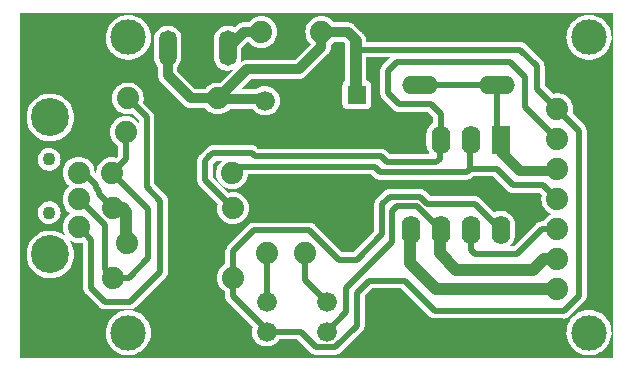
<source format=gbr>
%TF.GenerationSoftware,KiCad,Pcbnew,5.99.0-unknown-d4461f6c5~91~ubuntu20.04.1*%
%TF.CreationDate,2020-09-15T15:28:34-03:00*%
%TF.ProjectId,Franzininho,4672616e-7a69-46e6-996e-686f2e6b6963,rev?*%
%TF.SameCoordinates,Original*%
%TF.FileFunction,Copper,L2,Bot*%
%TF.FilePolarity,Positive*%
%FSLAX46Y46*%
G04 Gerber Fmt 4.6, Leading zero omitted, Abs format (unit mm)*
G04 Created by KiCad (PCBNEW 5.99.0-unknown-d4461f6c5~91~ubuntu20.04.1) date 2020-09-15 15:28:34*
%MOMM*%
%LPD*%
G01*
G04 APERTURE LIST*
%TA.AperFunction,ComponentPad*%
%ADD10C,1.100000*%
%TD*%
%TA.AperFunction,ComponentPad*%
%ADD11C,1.879600*%
%TD*%
%TA.AperFunction,ComponentPad*%
%ADD12C,3.216000*%
%TD*%
%TA.AperFunction,ComponentPad*%
%ADD13C,1.676400*%
%TD*%
%TA.AperFunction,ComponentPad*%
%ADD14O,3.048000X1.524000*%
%TD*%
%TA.AperFunction,ComponentPad*%
%ADD15O,1.520000X3.000000*%
%TD*%
%TA.AperFunction,ComponentPad*%
%ADD16R,1.600000X2.400000*%
%TD*%
%TA.AperFunction,ComponentPad*%
%ADD17O,1.600000X2.400000*%
%TD*%
%TA.AperFunction,ComponentPad*%
%ADD18R,1.600000X1.600000*%
%TD*%
%TA.AperFunction,ComponentPad*%
%ADD19C,1.600000*%
%TD*%
%TA.AperFunction,ComponentPad*%
%ADD20C,3.000000*%
%TD*%
%TA.AperFunction,Conductor*%
%ADD21C,0.812800*%
%TD*%
%TA.AperFunction,Conductor*%
%ADD22C,0.406400*%
%TD*%
%TA.AperFunction,Conductor*%
%ADD23C,1.016000*%
%TD*%
%TA.AperFunction,Conductor*%
%ADD24C,0.508000*%
%TD*%
%TA.AperFunction,Conductor*%
%ADD25C,0.609600*%
%TD*%
G04 APERTURE END LIST*
D10*
X125852350Y-107268600D03*
X125852350Y-102768600D03*
D11*
X128352350Y-103891600D03*
X128352350Y-106145600D03*
X128352350Y-101518600D03*
D12*
X125952350Y-110818600D03*
X125952350Y-99218600D03*
D11*
X128352350Y-108518600D03*
X140055850Y-109814100D03*
X132435850Y-109814100D03*
X139956850Y-100452100D03*
X132336850Y-100452100D03*
D13*
X144145000Y-97790000D03*
X146685000Y-97790000D03*
D11*
X131182350Y-103928100D03*
X141342350Y-103928100D03*
X131244850Y-106893100D03*
X141404850Y-106893100D03*
X141404850Y-112776000D03*
X131244850Y-112776000D03*
D13*
X149352000Y-117348000D03*
X149352000Y-114808000D03*
D11*
X147485850Y-100543100D03*
X147485850Y-110703100D03*
X132506450Y-97610500D03*
X140126450Y-97610500D03*
X144320850Y-100543100D03*
X144320850Y-110703100D03*
X168879850Y-113761100D03*
X168879850Y-111221100D03*
X168879850Y-108681100D03*
X168879850Y-106141100D03*
X168879850Y-103601100D03*
X168879850Y-101061100D03*
X168879850Y-98521100D03*
X168879850Y-95981100D03*
X148892350Y-91976100D03*
X146352350Y-91976100D03*
X143812350Y-91976100D03*
D14*
X163779200Y-96494600D03*
X157276800Y-96494600D03*
X163779200Y-91973400D03*
X157276800Y-91973400D03*
D15*
X135890000Y-93345000D03*
X138430000Y-93345000D03*
X140970000Y-93345000D03*
D16*
X164084000Y-101092000D03*
D17*
X161544000Y-101092000D03*
X159004000Y-101092000D03*
X156464000Y-101092000D03*
X156464000Y-108712000D03*
X159004000Y-108712000D03*
X161544000Y-108712000D03*
X164084000Y-108712000D03*
D13*
X144272000Y-117348000D03*
X144272000Y-114808000D03*
D18*
X151892000Y-97282000D03*
D19*
X151892000Y-99782000D03*
D20*
X132562350Y-117436100D03*
X171562350Y-117436100D03*
X171562350Y-92436100D03*
X132562350Y-92436100D03*
D21*
X151749850Y-92611100D02*
X151749850Y-97151350D01*
X148892350Y-93246100D02*
X146987350Y-95151100D01*
X146987350Y-95151100D02*
X142585850Y-95151100D01*
X144101250Y-97663000D02*
X140253350Y-97663000D01*
X148892350Y-91976100D02*
X151114850Y-91976100D01*
X148892350Y-91976100D02*
X148892350Y-93246100D01*
D22*
X140082950Y-97610500D02*
X140002350Y-97691100D01*
D21*
X163814850Y-108646000D02*
X163993950Y-108825100D01*
X142585850Y-95151100D02*
X140126450Y-97610500D01*
D22*
X169233600Y-98643600D02*
X168879850Y-98521100D01*
D21*
X151114850Y-91976100D02*
X151749850Y-92611100D01*
X140253350Y-97483600D02*
X140126450Y-97610500D01*
X168757350Y-98643600D02*
X168879850Y-98521100D01*
D23*
X169002350Y-98643600D02*
X168879850Y-98521100D01*
D22*
X140126450Y-97610500D02*
X140082950Y-97610500D01*
D24*
X154686000Y-105918000D02*
X157226000Y-105918000D01*
X168879850Y-98521100D02*
X167132000Y-96773250D01*
X167132000Y-94869000D02*
X165735000Y-93472000D01*
X155943050Y-113030000D02*
X158489525Y-115576475D01*
X151892000Y-116840000D02*
X151892000Y-114046000D01*
X169424475Y-115576475D02*
X158489525Y-115576475D01*
X144272000Y-117221000D02*
X144272000Y-117348000D01*
X143192500Y-108775500D02*
X147637500Y-108775500D01*
X154051000Y-109093000D02*
X151892000Y-111252000D01*
X170694475Y-100335725D02*
X170688375Y-100329625D01*
X157289500Y-105981500D02*
X157861000Y-106553000D01*
X151892000Y-116840000D02*
X150091799Y-118640201D01*
X141404850Y-112776000D02*
X141404850Y-110563150D01*
X168879850Y-98521100D02*
X170688375Y-100329625D01*
D21*
X151892000Y-92753250D02*
X151749850Y-92611100D01*
D24*
X151892000Y-114046000D02*
X152908000Y-113030000D01*
X154051000Y-106553000D02*
X154051000Y-109093000D01*
X150368000Y-111252000D02*
X147891500Y-108775500D01*
D21*
X137842700Y-97610500D02*
X138797373Y-97610500D01*
D24*
X144272000Y-117348000D02*
X147148598Y-117348000D01*
X152908000Y-113030000D02*
X155943050Y-113030000D01*
X170694475Y-114306475D02*
X170694475Y-100335725D01*
X151892000Y-93472000D02*
X151892000Y-97282000D01*
X167132000Y-96773250D02*
X167132000Y-94869000D01*
D21*
X151892000Y-97282000D02*
X151892000Y-92753250D01*
D24*
X141404850Y-114353850D02*
X144272000Y-117221000D01*
X141404850Y-112776000D02*
X141404850Y-114353850D01*
X154686000Y-105918000D02*
X154051000Y-106553000D01*
X141404850Y-110563150D02*
X143192500Y-108775500D01*
D21*
X135890000Y-93345000D02*
X135890000Y-95657800D01*
D24*
X170694475Y-114306475D02*
X169424475Y-115576475D01*
X165735000Y-93472000D02*
X151892000Y-93472000D01*
X157226000Y-105918000D02*
X157289500Y-105981500D01*
X151892000Y-111252000D02*
X150368000Y-111252000D01*
D21*
X135890000Y-95657800D02*
X137842700Y-97610500D01*
D24*
X147148598Y-117348000D02*
X148440799Y-118640201D01*
D21*
X138797373Y-97610500D02*
X140126450Y-97610500D01*
D24*
X147891500Y-108775500D02*
X147637500Y-108775500D01*
X161925000Y-106553000D02*
X164084000Y-108712000D01*
X150091799Y-118640201D02*
X148440799Y-118640201D01*
X157861000Y-106553000D02*
X161925000Y-106553000D01*
X129413000Y-113665000D02*
X129603500Y-113855500D01*
X134097475Y-99201525D02*
X134097475Y-105141475D01*
X128352350Y-108518600D02*
X129413000Y-109579250D01*
X129603500Y-113855500D02*
X130556000Y-114808000D01*
X134097475Y-105141475D02*
X135255000Y-106299000D01*
X129413000Y-109579250D02*
X129413000Y-113665000D01*
X132715000Y-114808000D02*
X135255000Y-112268000D01*
X135255000Y-112268000D02*
X135255000Y-106299000D01*
X130556000Y-114808000D02*
X132715000Y-114808000D01*
X134097475Y-99201525D02*
X132506450Y-97610500D01*
X128352350Y-106145600D02*
X130556000Y-108349250D01*
X130556000Y-112087150D02*
X131244850Y-112776000D01*
X132336850Y-100452100D02*
X132336850Y-102773600D01*
X130556000Y-108349250D02*
X130556000Y-112087150D01*
X134239000Y-106984750D02*
X134239000Y-111110927D01*
X131182350Y-103928100D02*
X134239000Y-106984750D01*
X132573927Y-112776000D02*
X131244850Y-112776000D01*
X132336850Y-102773600D02*
X131182350Y-103928100D01*
X134239000Y-111110927D02*
X132573927Y-112776000D01*
D25*
X131244850Y-106893100D02*
X131244850Y-107031100D01*
X132382350Y-109760600D02*
X132435850Y-109814100D01*
D23*
X132382350Y-107216100D02*
X132064850Y-106898600D01*
X132382350Y-107216100D02*
X132382350Y-109760600D01*
X132064850Y-106898600D02*
X131250350Y-106898600D01*
X131250350Y-106898600D02*
X131244850Y-106893100D01*
D24*
X128783600Y-103891600D02*
X128352350Y-103891600D01*
X129794000Y-104902000D02*
X128783600Y-103891600D01*
X131244850Y-106893100D02*
X130048000Y-105696250D01*
X130048000Y-105696250D02*
X130048000Y-105410000D01*
X130048000Y-105410000D02*
X129794000Y-105156000D01*
X129794000Y-105156000D02*
X129794000Y-104902000D01*
X161544000Y-109112000D02*
X161544000Y-108712000D01*
X165487873Y-110744000D02*
X167550773Y-108681100D01*
X161544000Y-108712000D02*
X161544000Y-110420000D01*
X161544000Y-110420000D02*
X161868000Y-110744000D01*
X161868000Y-110744000D02*
X165487873Y-110744000D01*
X167550773Y-108681100D02*
X168879850Y-108681100D01*
D23*
X166831100Y-112137350D02*
X167783600Y-111184850D01*
X158913950Y-108825100D02*
X158913950Y-110728950D01*
X167783600Y-111184850D02*
X168843600Y-111184850D01*
D22*
X158893600Y-108804750D02*
X158913950Y-108825100D01*
D23*
X158913950Y-110728950D02*
X160322350Y-112137350D01*
X168843600Y-111184850D02*
X168879850Y-111221100D01*
X160322350Y-112137350D02*
X166831100Y-112137350D01*
D24*
X154876500Y-107124500D02*
X155194000Y-106807000D01*
X155321000Y-106680000D02*
X156972000Y-106680000D01*
X151003000Y-115697000D02*
X151003000Y-113665000D01*
X149352000Y-117348000D02*
X151003000Y-115697000D01*
X155194000Y-106807000D02*
X155321000Y-106680000D01*
X156972000Y-106680000D02*
X159004000Y-108712000D01*
X154876500Y-109791500D02*
X151003000Y-113665000D01*
X154876500Y-107124500D02*
X154876500Y-109791500D01*
D23*
X168879850Y-113761100D02*
X158612350Y-113761100D01*
X156373950Y-108825100D02*
X156373950Y-111522700D01*
X158612350Y-113761100D02*
X156373950Y-111522700D01*
D21*
X168684850Y-100866100D02*
X168879850Y-101061100D01*
D22*
X159052350Y-101343500D02*
X158913950Y-101205100D01*
D21*
X168757350Y-101183600D02*
X168879850Y-101061100D01*
D25*
X141399350Y-106898600D02*
X141404850Y-106893100D01*
D24*
X158178500Y-98107500D02*
X159004000Y-98933000D01*
X143002000Y-102235000D02*
X139700000Y-102235000D01*
X154559000Y-95250000D02*
X154559000Y-97155000D01*
X139412299Y-102522701D02*
X139700000Y-102235000D01*
X153957701Y-102522701D02*
X154432000Y-102997000D01*
X166169989Y-98351239D02*
X166169989Y-95811989D01*
X166169989Y-95811989D02*
X164846000Y-94488000D01*
X164846000Y-94488000D02*
X156801703Y-94488000D01*
X139065000Y-102870000D02*
X139412299Y-102522701D01*
X155511500Y-98107500D02*
X158178500Y-98107500D01*
X139065000Y-104553250D02*
X139065000Y-102870000D01*
X156801703Y-94488000D02*
X155321000Y-94488000D01*
X143289701Y-102522701D02*
X153957701Y-102522701D01*
X154432000Y-102997000D02*
X158623000Y-102997000D01*
X143002000Y-102235000D02*
X143289701Y-102522701D01*
X155321000Y-94488000D02*
X154559000Y-95250000D01*
X141404850Y-106893100D02*
X139065000Y-104553250D01*
X159004000Y-98933000D02*
X159004000Y-101092000D01*
X168879850Y-101061100D02*
X166169989Y-98351239D01*
X158623000Y-102997000D02*
X158913950Y-102706050D01*
X158913950Y-102706050D02*
X158913950Y-101205100D01*
X154559000Y-97155000D02*
X155511500Y-98107500D01*
D21*
X161592350Y-101343500D02*
X161453950Y-101205100D01*
D24*
X163742500Y-103544500D02*
X161453950Y-103544500D01*
X141342350Y-103928100D02*
X141892450Y-103378000D01*
X141892450Y-103378000D02*
X153416000Y-103378000D01*
X165163500Y-104965500D02*
X163742500Y-103544500D01*
X161175950Y-103822500D02*
X161201225Y-103797225D01*
X153860500Y-103822500D02*
X161175950Y-103822500D01*
X165163500Y-104965500D02*
X167704250Y-104965500D01*
X161453950Y-101205100D02*
X161453950Y-103544500D01*
X153416000Y-103378000D02*
X153860500Y-103822500D01*
X161201225Y-103797225D02*
X161453950Y-103544500D01*
X167704250Y-104965500D02*
X168879850Y-106141100D01*
D21*
X165719850Y-103723600D02*
X168757350Y-103723600D01*
X164132350Y-101343500D02*
X164132350Y-102136100D01*
D25*
X163993950Y-101205100D02*
X164132350Y-101343500D01*
D21*
X164132350Y-102136100D02*
X165719850Y-103723600D01*
X164132350Y-101066700D02*
X163993950Y-101205100D01*
D25*
X168757350Y-103723600D02*
X168879850Y-103601100D01*
D24*
X163779200Y-96494600D02*
X157276800Y-96494600D01*
X163779200Y-96494600D02*
X163779200Y-100787200D01*
X163779200Y-100787200D02*
X164084000Y-101092000D01*
X147485850Y-112941850D02*
X149352000Y-114808000D01*
X147485850Y-110703100D02*
X147485850Y-112941850D01*
D21*
X144320850Y-110703100D02*
X144441850Y-110703100D01*
D24*
X144320850Y-110703100D02*
X144320850Y-114759150D01*
X144320850Y-114759150D02*
X144272000Y-114808000D01*
D21*
X142338900Y-91976100D02*
X140970000Y-93345000D01*
X143812350Y-91976100D02*
X142338900Y-91976100D01*
%TA.AperFunction,Conductor*%
G36*
X173627950Y-119611700D02*
G01*
X123374250Y-119611700D01*
X123374250Y-117522808D01*
X130652918Y-117522808D01*
X130663757Y-117614384D01*
X130685434Y-117797537D01*
X130757269Y-118064696D01*
X130866917Y-118318686D01*
X131012083Y-118554188D01*
X131189723Y-118766268D01*
X131396119Y-118950482D01*
X131626944Y-119102973D01*
X131705170Y-119139700D01*
X131877365Y-119220546D01*
X132142137Y-119300738D01*
X132415708Y-119341867D01*
X132692353Y-119343074D01*
X132692354Y-119343074D01*
X132966276Y-119304333D01*
X133231736Y-119226455D01*
X133483174Y-119111073D01*
X133715322Y-118960602D01*
X133923319Y-118778194D01*
X134102800Y-118567676D01*
X134250016Y-118333448D01*
X134256542Y-118318686D01*
X134361877Y-118080424D01*
X134436040Y-117813902D01*
X134438122Y-117797537D01*
X134470953Y-117539473D01*
X134471404Y-117522807D01*
X134473750Y-117436100D01*
X134456937Y-117204375D01*
X134453731Y-117160181D01*
X134394088Y-116890034D01*
X134296074Y-116631332D01*
X134161742Y-116389489D01*
X134057551Y-116252966D01*
X133993904Y-116169568D01*
X133796078Y-115976180D01*
X133572407Y-115813376D01*
X133548088Y-115800581D01*
X133327576Y-115684563D01*
X133066718Y-115592445D01*
X132858812Y-115551467D01*
X132795291Y-115538947D01*
X132518985Y-115525192D01*
X132518981Y-115525192D01*
X132361615Y-115540206D01*
X132243588Y-115551467D01*
X132037582Y-115601876D01*
X131974864Y-115617223D01*
X131718461Y-115721077D01*
X131718456Y-115721080D01*
X131479721Y-115860865D01*
X131479719Y-115860867D01*
X131479715Y-115860869D01*
X131389473Y-115933038D01*
X131263666Y-116033649D01*
X131074816Y-116235811D01*
X130917128Y-116463118D01*
X130793904Y-116710807D01*
X130707727Y-116973690D01*
X130662481Y-117234283D01*
X130660401Y-117246262D01*
X130652918Y-117522808D01*
X123374250Y-117522808D01*
X123374250Y-110677733D01*
X123937869Y-110677733D01*
X123937869Y-110959467D01*
X123942001Y-110988864D01*
X123977079Y-111238457D01*
X124054735Y-111509275D01*
X124071050Y-111545919D01*
X124169325Y-111766650D01*
X124318618Y-112005570D01*
X124318620Y-112005572D01*
X124318621Y-112005574D01*
X124499715Y-112221393D01*
X124709083Y-112409909D01*
X124942650Y-112567452D01*
X125137083Y-112662283D01*
X125195873Y-112690957D01*
X125463811Y-112778015D01*
X125561657Y-112795268D01*
X125741265Y-112826938D01*
X126022826Y-112836770D01*
X126303015Y-112807321D01*
X126303018Y-112807320D01*
X126303020Y-112807320D01*
X126576375Y-112739166D01*
X126837599Y-112633624D01*
X127081582Y-112492760D01*
X127303592Y-112319307D01*
X127499299Y-112116646D01*
X127499300Y-112116645D01*
X127664898Y-111888719D01*
X127797164Y-111639964D01*
X127893522Y-111375222D01*
X127952097Y-111099646D01*
X127960165Y-110984273D01*
X127971751Y-110818600D01*
X127952097Y-110537556D01*
X127950402Y-110529578D01*
X127893522Y-110261978D01*
X127797164Y-109997236D01*
X127729803Y-109870549D01*
X127664898Y-109748480D01*
X127605418Y-109666614D01*
X127603327Y-109657907D01*
X127608006Y-109650272D01*
X127616713Y-109648181D01*
X127621592Y-109650152D01*
X127676750Y-109688774D01*
X127890212Y-109788313D01*
X128117717Y-109849272D01*
X128136594Y-109850924D01*
X128352350Y-109869801D01*
X128568106Y-109850924D01*
X128586983Y-109849272D01*
X128714264Y-109815168D01*
X128752100Y-109853004D01*
X128752101Y-113639887D01*
X128748013Y-113699849D01*
X128758795Y-113761629D01*
X128766323Y-113823839D01*
X128772510Y-113840213D01*
X128775521Y-113857465D01*
X128784300Y-113877465D01*
X128800718Y-113914868D01*
X128819943Y-113965741D01*
X128822878Y-113973509D01*
X128832794Y-113987937D01*
X128839832Y-114003970D01*
X128855879Y-114024883D01*
X128877991Y-114053700D01*
X128896134Y-114080097D01*
X128913502Y-114105368D01*
X128961310Y-114147963D01*
X129104585Y-114291238D01*
X130070924Y-115257578D01*
X130110426Y-115302860D01*
X130161717Y-115338908D01*
X130211045Y-115377586D01*
X130227000Y-115384790D01*
X130241328Y-115394860D01*
X130269677Y-115405913D01*
X130299756Y-115417641D01*
X130356867Y-115443428D01*
X130360057Y-115444019D01*
X130374080Y-115446618D01*
X130390397Y-115452980D01*
X130452554Y-115461163D01*
X130493643Y-115468778D01*
X130514185Y-115472586D01*
X130514187Y-115472586D01*
X130528392Y-115471767D01*
X130578115Y-115468900D01*
X132689902Y-115468900D01*
X132749850Y-115472987D01*
X132811603Y-115462210D01*
X132873839Y-115454678D01*
X132890217Y-115448489D01*
X132907465Y-115445479D01*
X132927459Y-115436702D01*
X132964852Y-115420289D01*
X133015738Y-115401059D01*
X133023509Y-115398123D01*
X133023510Y-115398122D01*
X133023511Y-115398122D01*
X133037941Y-115388204D01*
X133053970Y-115381168D01*
X133103691Y-115343015D01*
X133155368Y-115307499D01*
X133197971Y-115259682D01*
X135704581Y-112753073D01*
X135720526Y-112739164D01*
X135749860Y-112713574D01*
X135785911Y-112662279D01*
X135824586Y-112612955D01*
X135831790Y-112597000D01*
X135841858Y-112582675D01*
X135841860Y-112582672D01*
X135857964Y-112541368D01*
X135864641Y-112524244D01*
X135890428Y-112467133D01*
X135891019Y-112463943D01*
X135893618Y-112449920D01*
X135899980Y-112433603D01*
X135908163Y-112371446D01*
X135915778Y-112330357D01*
X135919586Y-112309815D01*
X135915900Y-112245885D01*
X135915900Y-106324103D01*
X135919987Y-106264150D01*
X135909208Y-106202386D01*
X135903924Y-106158722D01*
X135901678Y-106140161D01*
X135895489Y-106123783D01*
X135892479Y-106106534D01*
X135875530Y-106067923D01*
X135867284Y-106049136D01*
X135845122Y-105990489D01*
X135835308Y-105976211D01*
X135835208Y-105976065D01*
X135828169Y-105960029D01*
X135790008Y-105910298D01*
X135754499Y-105858632D01*
X135706682Y-105816029D01*
X134758375Y-104867722D01*
X134758375Y-99226621D01*
X134759730Y-99206754D01*
X134762462Y-99166674D01*
X134751683Y-99104910D01*
X134744153Y-99042687D01*
X134744153Y-99042686D01*
X134737965Y-99026309D01*
X134734954Y-99009058D01*
X134726176Y-98989061D01*
X134709760Y-98951662D01*
X134687597Y-98893014D01*
X134680724Y-98883014D01*
X134677681Y-98878586D01*
X134670643Y-98862554D01*
X134632484Y-98812824D01*
X134596975Y-98761158D01*
X134596420Y-98760663D01*
X134549169Y-98718565D01*
X133803018Y-97972414D01*
X133837122Y-97845133D01*
X133841946Y-97790000D01*
X133857651Y-97610500D01*
X133837122Y-97375868D01*
X133834641Y-97366606D01*
X133776163Y-97148362D01*
X133676624Y-96934900D01*
X133541529Y-96741965D01*
X133374985Y-96575421D01*
X133182050Y-96440326D01*
X132968588Y-96340787D01*
X132741083Y-96279828D01*
X132722206Y-96278176D01*
X132506450Y-96259299D01*
X132290694Y-96278176D01*
X132271817Y-96279828D01*
X132044312Y-96340787D01*
X131830850Y-96440326D01*
X131637915Y-96575421D01*
X131471371Y-96741965D01*
X131336276Y-96934900D01*
X131236737Y-97148362D01*
X131178260Y-97366606D01*
X131175778Y-97375868D01*
X131155249Y-97610500D01*
X131170954Y-97790000D01*
X131175778Y-97845133D01*
X131236737Y-98072638D01*
X131336276Y-98286100D01*
X131471371Y-98479035D01*
X131637915Y-98645579D01*
X131830850Y-98780674D01*
X132044312Y-98880213D01*
X132271817Y-98941172D01*
X132290694Y-98942824D01*
X132506450Y-98961701D01*
X132722206Y-98942824D01*
X132741083Y-98941172D01*
X132868364Y-98907068D01*
X133436575Y-99475279D01*
X133436575Y-99638781D01*
X133433148Y-99647054D01*
X133424875Y-99650481D01*
X133415291Y-99645492D01*
X133371928Y-99583564D01*
X133205385Y-99417021D01*
X133012450Y-99281926D01*
X132798988Y-99182387D01*
X132571483Y-99121428D01*
X132552606Y-99119776D01*
X132336850Y-99100899D01*
X132121094Y-99119776D01*
X132102217Y-99121428D01*
X131874712Y-99182387D01*
X131661250Y-99281926D01*
X131468315Y-99417021D01*
X131301771Y-99583565D01*
X131166676Y-99776500D01*
X131067137Y-99989962D01*
X131021441Y-100160506D01*
X131006178Y-100217468D01*
X130985649Y-100452100D01*
X131000461Y-100621393D01*
X131006178Y-100686733D01*
X131067137Y-100914238D01*
X131166676Y-101127700D01*
X131301771Y-101320635D01*
X131468315Y-101487179D01*
X131661250Y-101622274D01*
X131666365Y-101624659D01*
X131675951Y-101629130D01*
X131675951Y-102499846D01*
X131544264Y-102631533D01*
X131416983Y-102597428D01*
X131398106Y-102595776D01*
X131182350Y-102576899D01*
X130966594Y-102595776D01*
X130947717Y-102597428D01*
X130720212Y-102658387D01*
X130506750Y-102757926D01*
X130313815Y-102893021D01*
X130147271Y-103059565D01*
X130012176Y-103252500D01*
X129912637Y-103465962D01*
X129868755Y-103629736D01*
X129851678Y-103693468D01*
X129831149Y-103928100D01*
X129835673Y-103979798D01*
X129832981Y-103988338D01*
X129825038Y-103992473D01*
X129815745Y-103989091D01*
X129702140Y-103875487D01*
X129683022Y-103656968D01*
X129675726Y-103629736D01*
X129622063Y-103429462D01*
X129522524Y-103216000D01*
X129387429Y-103023065D01*
X129220885Y-102856521D01*
X129027950Y-102721426D01*
X128814488Y-102621887D01*
X128586983Y-102560928D01*
X128568106Y-102559276D01*
X128352350Y-102540399D01*
X128136594Y-102559276D01*
X128117717Y-102560928D01*
X127890212Y-102621887D01*
X127676750Y-102721426D01*
X127483815Y-102856521D01*
X127317271Y-103023065D01*
X127182176Y-103216000D01*
X127082637Y-103429462D01*
X127028975Y-103629736D01*
X127021678Y-103656968D01*
X127001149Y-103891600D01*
X127009679Y-103989091D01*
X127021678Y-104126233D01*
X127082637Y-104353738D01*
X127182176Y-104567200D01*
X127317271Y-104760135D01*
X127483815Y-104926679D01*
X127615091Y-105018600D01*
X127483815Y-105110521D01*
X127317271Y-105277065D01*
X127182176Y-105470000D01*
X127082637Y-105683462D01*
X127021858Y-105910298D01*
X127021678Y-105910968D01*
X127001149Y-106145600D01*
X127014668Y-106300115D01*
X127021678Y-106380233D01*
X127082637Y-106607738D01*
X127182176Y-106821200D01*
X127317271Y-107014135D01*
X127483815Y-107180679D01*
X127676750Y-107315774D01*
X127689023Y-107321497D01*
X127695071Y-107328099D01*
X127694681Y-107337045D01*
X127689023Y-107342703D01*
X127676750Y-107348426D01*
X127483815Y-107483521D01*
X127317271Y-107650065D01*
X127182176Y-107843000D01*
X127082637Y-108056462D01*
X127022570Y-108280640D01*
X127021678Y-108283968D01*
X127001149Y-108518600D01*
X127010284Y-108623004D01*
X127021678Y-108753233D01*
X127082637Y-108980738D01*
X127182176Y-109194200D01*
X127182178Y-109194203D01*
X127182609Y-109195127D01*
X127182198Y-109195319D01*
X127183786Y-109202465D01*
X127178979Y-109210020D01*
X127170238Y-109211963D01*
X127165060Y-109209660D01*
X127081582Y-109144440D01*
X126837599Y-109003576D01*
X126781064Y-108980734D01*
X126750524Y-108968395D01*
X126576375Y-108898034D01*
X126303020Y-108829880D01*
X126303018Y-108829880D01*
X126303015Y-108829879D01*
X126022826Y-108800430D01*
X125741265Y-108810262D01*
X125561657Y-108841932D01*
X125463811Y-108859185D01*
X125195873Y-108946243D01*
X125195869Y-108946245D01*
X124942650Y-109069748D01*
X124709083Y-109227291D01*
X124499715Y-109415807D01*
X124336724Y-109610052D01*
X124318618Y-109631630D01*
X124169325Y-109870550D01*
X124128741Y-109961704D01*
X124054735Y-110127925D01*
X123977079Y-110398743D01*
X123963326Y-110496601D01*
X123937869Y-110677733D01*
X123374250Y-110677733D01*
X123374250Y-107362417D01*
X124895538Y-107362417D01*
X124914742Y-107457655D01*
X124933945Y-107552894D01*
X125009869Y-107731758D01*
X125120207Y-107891702D01*
X125260453Y-108026194D01*
X125308518Y-108056462D01*
X125400841Y-108114600D01*
X125424878Y-108129737D01*
X125606764Y-108198104D01*
X125798683Y-108228501D01*
X125992794Y-108219686D01*
X126181168Y-108172020D01*
X126356110Y-108087450D01*
X126510474Y-107969430D01*
X126637953Y-107822782D01*
X126689243Y-107731758D01*
X126733341Y-107653497D01*
X126752412Y-107594097D01*
X126792741Y-107468486D01*
X126813727Y-107275312D01*
X126813750Y-107268600D01*
X126794114Y-107075284D01*
X126736007Y-106889864D01*
X126685957Y-106799571D01*
X126641803Y-106719915D01*
X126515352Y-106572383D01*
X126515350Y-106572381D01*
X126361814Y-106453287D01*
X126187467Y-106367497D01*
X126187465Y-106367496D01*
X126187464Y-106367496D01*
X125999432Y-106318517D01*
X125902409Y-106313433D01*
X125805386Y-106308348D01*
X125805385Y-106308348D01*
X125613260Y-106337403D01*
X125430902Y-106404498D01*
X125430901Y-106404499D01*
X125430900Y-106404499D01*
X125265756Y-106506893D01*
X125124575Y-106640401D01*
X125013123Y-106799572D01*
X124935952Y-106977902D01*
X124901191Y-107144299D01*
X124896217Y-107168108D01*
X124895538Y-107362417D01*
X123374250Y-107362417D01*
X123374250Y-102862417D01*
X124895538Y-102862417D01*
X124904161Y-102905182D01*
X124933945Y-103052894D01*
X125009869Y-103231758D01*
X125120207Y-103391702D01*
X125260453Y-103526194D01*
X125424878Y-103629737D01*
X125606764Y-103698104D01*
X125798683Y-103728501D01*
X125992794Y-103719686D01*
X126181168Y-103672020D01*
X126356110Y-103587450D01*
X126510474Y-103469430D01*
X126637953Y-103322782D01*
X126689243Y-103231758D01*
X126733341Y-103153497D01*
X126763499Y-103059564D01*
X126792741Y-102968486D01*
X126813727Y-102775312D01*
X126813750Y-102768600D01*
X126812012Y-102751484D01*
X126802555Y-102658386D01*
X126794114Y-102575284D01*
X126736007Y-102389864D01*
X126648099Y-102231274D01*
X126641803Y-102219915D01*
X126515352Y-102072383D01*
X126515350Y-102072381D01*
X126361814Y-101953287D01*
X126187467Y-101867497D01*
X126187465Y-101867496D01*
X126187464Y-101867496D01*
X125999432Y-101818517D01*
X125902409Y-101813433D01*
X125805386Y-101808348D01*
X125805385Y-101808348D01*
X125613260Y-101837403D01*
X125430902Y-101904498D01*
X125430901Y-101904499D01*
X125430900Y-101904499D01*
X125265756Y-102006893D01*
X125124575Y-102140401D01*
X125013123Y-102299572D01*
X124935952Y-102477902D01*
X124898248Y-102658387D01*
X124896217Y-102668108D01*
X124895538Y-102862417D01*
X123374250Y-102862417D01*
X123374250Y-99077734D01*
X123937869Y-99077734D01*
X123937869Y-99359466D01*
X123977079Y-99638457D01*
X124054735Y-99909275D01*
X124054737Y-99909279D01*
X124169325Y-100166650D01*
X124318618Y-100405570D01*
X124318620Y-100405572D01*
X124318621Y-100405574D01*
X124499715Y-100621393D01*
X124709083Y-100809909D01*
X124942650Y-100967452D01*
X125078323Y-101033624D01*
X125195873Y-101090957D01*
X125463811Y-101178015D01*
X125561657Y-101195268D01*
X125741265Y-101226938D01*
X126022826Y-101236770D01*
X126303015Y-101207321D01*
X126303018Y-101207320D01*
X126303020Y-101207320D01*
X126576375Y-101139166D01*
X126837599Y-101033624D01*
X127081582Y-100892760D01*
X127303592Y-100719307D01*
X127499299Y-100516646D01*
X127532288Y-100471241D01*
X127664898Y-100288719D01*
X127797164Y-100039964D01*
X127893522Y-99775222D01*
X127952097Y-99499646D01*
X127957875Y-99417021D01*
X127971751Y-99218600D01*
X127953533Y-98958096D01*
X127952097Y-98937554D01*
X127893522Y-98661978D01*
X127797164Y-98397236D01*
X127664898Y-98148481D01*
X127499300Y-97920555D01*
X127303592Y-97717893D01*
X127219976Y-97652565D01*
X127081582Y-97544440D01*
X126837599Y-97403576D01*
X126832662Y-97401581D01*
X126707286Y-97350926D01*
X126576375Y-97298034D01*
X126303020Y-97229880D01*
X126303018Y-97229880D01*
X126303015Y-97229879D01*
X126022826Y-97200430D01*
X125741265Y-97210262D01*
X125561657Y-97241932D01*
X125463811Y-97259185D01*
X125195873Y-97346243D01*
X125186269Y-97350927D01*
X124942650Y-97469748D01*
X124709083Y-97627291D01*
X124499715Y-97815807D01*
X124368306Y-97972414D01*
X124318618Y-98031630D01*
X124169325Y-98270550D01*
X124090390Y-98447843D01*
X124054735Y-98527925D01*
X123977079Y-98798743D01*
X123963830Y-98893014D01*
X123942795Y-99042687D01*
X123937869Y-99077734D01*
X123374250Y-99077734D01*
X123374250Y-92522808D01*
X130652918Y-92522808D01*
X130656206Y-92550585D01*
X130685434Y-92797537D01*
X130757269Y-93064696D01*
X130866917Y-93318686D01*
X130910187Y-93388883D01*
X131012083Y-93554188D01*
X131187229Y-93763290D01*
X131189723Y-93766268D01*
X131396119Y-93950482D01*
X131626944Y-94102973D01*
X131759792Y-94165345D01*
X131877365Y-94220546D01*
X132142137Y-94300738D01*
X132415708Y-94341867D01*
X132692353Y-94343074D01*
X132692354Y-94343074D01*
X132966276Y-94304333D01*
X133231736Y-94226455D01*
X133483174Y-94111073D01*
X133715322Y-93960602D01*
X133923319Y-93778194D01*
X134102800Y-93567676D01*
X134250016Y-93333448D01*
X134266364Y-93296469D01*
X134361877Y-93080424D01*
X134436040Y-92813902D01*
X134436041Y-92813897D01*
X134470953Y-92539473D01*
X134471061Y-92535480D01*
X134723600Y-92535480D01*
X134723600Y-94139414D01*
X134738215Y-94298470D01*
X134796404Y-94504791D01*
X134796405Y-94504794D01*
X134891216Y-94697053D01*
X134993590Y-94834149D01*
X135019480Y-94868820D01*
X135076701Y-94921714D01*
X135076701Y-95662984D01*
X135075889Y-95740494D01*
X135086461Y-95789390D01*
X135092036Y-95839093D01*
X135105677Y-95878264D01*
X135114442Y-95918804D01*
X135122192Y-95935424D01*
X135135581Y-95964138D01*
X135152031Y-96011376D01*
X135174009Y-96046549D01*
X135180591Y-96060662D01*
X135191540Y-96084142D01*
X135222200Y-96123668D01*
X135248705Y-96166085D01*
X135277929Y-96195514D01*
X135279292Y-96197271D01*
X135334168Y-96252147D01*
X135377251Y-96295532D01*
X135377252Y-96295533D01*
X135378080Y-96296059D01*
X137271331Y-98189311D01*
X137325508Y-98244636D01*
X137325510Y-98244637D01*
X137367555Y-98271733D01*
X137406647Y-98302940D01*
X137406649Y-98302941D01*
X137443989Y-98320993D01*
X137478857Y-98343462D01*
X137489691Y-98347405D01*
X137525858Y-98360569D01*
X137570892Y-98382339D01*
X137611303Y-98391668D01*
X137650283Y-98405856D01*
X137679296Y-98409521D01*
X137699920Y-98412127D01*
X137748646Y-98423376D01*
X137769382Y-98423448D01*
X137790118Y-98423521D01*
X137792328Y-98423800D01*
X137870054Y-98423800D01*
X137931073Y-98424013D01*
X137931075Y-98424013D01*
X137932028Y-98423800D01*
X139052695Y-98423800D01*
X139091371Y-98479035D01*
X139257915Y-98645579D01*
X139450850Y-98780674D01*
X139664312Y-98880213D01*
X139891817Y-98941172D01*
X139910694Y-98942824D01*
X140126450Y-98961701D01*
X140342206Y-98942824D01*
X140361083Y-98941172D01*
X140588588Y-98880213D01*
X140802050Y-98780674D01*
X140994985Y-98645579D01*
X141164264Y-98476300D01*
X143102531Y-98476300D01*
X143111480Y-98492379D01*
X143164434Y-98557076D01*
X143252194Y-98664299D01*
X143421131Y-98808585D01*
X143612949Y-98920674D01*
X143812144Y-98993568D01*
X143821580Y-98997021D01*
X144040436Y-99035217D01*
X144040437Y-99035217D01*
X144041600Y-99035211D01*
X144262598Y-99034054D01*
X144403985Y-99007850D01*
X144481039Y-98993569D01*
X144565375Y-98961701D01*
X144688865Y-98915038D01*
X144688869Y-98915036D01*
X144879493Y-98800950D01*
X144879494Y-98800949D01*
X144879496Y-98800948D01*
X145046912Y-98654902D01*
X145071276Y-98624491D01*
X145185818Y-98481519D01*
X145270180Y-98326142D01*
X145291826Y-98286276D01*
X145361584Y-98075347D01*
X145367806Y-98031626D01*
X145392887Y-97855401D01*
X145394600Y-97790003D01*
X145394600Y-97790000D01*
X145374851Y-97568715D01*
X145374850Y-97568711D01*
X145316229Y-97354424D01*
X145220583Y-97153901D01*
X145090943Y-96973488D01*
X144931400Y-96818879D01*
X144900773Y-96798298D01*
X144746999Y-96694967D01*
X144746998Y-96694966D01*
X144543574Y-96605670D01*
X144543575Y-96605670D01*
X144543572Y-96605669D01*
X144327545Y-96553805D01*
X144105749Y-96541017D01*
X144105745Y-96541017D01*
X143885196Y-96567706D01*
X143672850Y-96633032D01*
X143475428Y-96734929D01*
X143325857Y-96849700D01*
X142065676Y-96849700D01*
X142057403Y-96846273D01*
X142053976Y-96838000D01*
X142057403Y-96829727D01*
X142922730Y-95964400D01*
X146992628Y-95964400D01*
X147063593Y-95965143D01*
X147070041Y-95965211D01*
X147070044Y-95965211D01*
X147118930Y-95954641D01*
X147168643Y-95949065D01*
X147207819Y-95935424D01*
X147233475Y-95929875D01*
X147248354Y-95926658D01*
X147265647Y-95918594D01*
X147293680Y-95905523D01*
X147340926Y-95889070D01*
X147376105Y-95867088D01*
X147390216Y-95860507D01*
X147413692Y-95849560D01*
X147453212Y-95818905D01*
X147475636Y-95804893D01*
X147495635Y-95792397D01*
X147510351Y-95777782D01*
X147525068Y-95763167D01*
X147526200Y-95762289D01*
X147526823Y-95761807D01*
X147554181Y-95734448D01*
X147581554Y-95707075D01*
X147625082Y-95663850D01*
X147625608Y-95663021D01*
X149471157Y-93817473D01*
X149475318Y-93813399D01*
X149526486Y-93763292D01*
X149553585Y-93721242D01*
X149584790Y-93682153D01*
X149584791Y-93682151D01*
X149602843Y-93644811D01*
X149625312Y-93609943D01*
X149629255Y-93599109D01*
X149642419Y-93562942D01*
X149664189Y-93517908D01*
X149673518Y-93477497D01*
X149687706Y-93438517D01*
X149691371Y-93409504D01*
X149693977Y-93388880D01*
X149705226Y-93340154D01*
X149705371Y-93298681D01*
X149705650Y-93296469D01*
X149705650Y-93218746D01*
X149705863Y-93157727D01*
X149705650Y-93156773D01*
X149705650Y-93049855D01*
X149760886Y-93011178D01*
X149927428Y-92844636D01*
X149966105Y-92789400D01*
X150777971Y-92789400D01*
X150936550Y-92947979D01*
X150936551Y-96105164D01*
X150850185Y-96149170D01*
X150759170Y-96240185D01*
X150700735Y-96354870D01*
X150680600Y-96482000D01*
X150680600Y-98082000D01*
X150700735Y-98209130D01*
X150759170Y-98323815D01*
X150850185Y-98414830D01*
X150964870Y-98473265D01*
X151092000Y-98493400D01*
X152692000Y-98493400D01*
X152819130Y-98473265D01*
X152933815Y-98414830D01*
X153024830Y-98323815D01*
X153083265Y-98209130D01*
X153103400Y-98082000D01*
X153103400Y-96482000D01*
X153083265Y-96354870D01*
X153024830Y-96240185D01*
X152933815Y-96149170D01*
X152819130Y-96090735D01*
X152705300Y-96072706D01*
X152705300Y-94132900D01*
X154713200Y-94132900D01*
X154721473Y-94136327D01*
X154724900Y-94144600D01*
X154721473Y-94152873D01*
X154394048Y-94480299D01*
X154109424Y-94764923D01*
X154064140Y-94804427D01*
X154028092Y-94855718D01*
X153989414Y-94905046D01*
X153982210Y-94921001D01*
X153972140Y-94935329D01*
X153961087Y-94963678D01*
X153949359Y-94993757D01*
X153923572Y-95050869D01*
X153920382Y-95068080D01*
X153914020Y-95084398D01*
X153905837Y-95146557D01*
X153898693Y-95185103D01*
X153894414Y-95208187D01*
X153898100Y-95272117D01*
X153898101Y-97129888D01*
X153896841Y-97148366D01*
X153894013Y-97189850D01*
X153895860Y-97200430D01*
X153904795Y-97251629D01*
X153912323Y-97313839D01*
X153918510Y-97330213D01*
X153921521Y-97347465D01*
X153923041Y-97350927D01*
X153946718Y-97404868D01*
X153965943Y-97455741D01*
X153968878Y-97463509D01*
X153978794Y-97477937D01*
X153985832Y-97493970D01*
X153985833Y-97493971D01*
X154023991Y-97543700D01*
X154059501Y-97595367D01*
X154107314Y-97637967D01*
X155026422Y-98557076D01*
X155058658Y-98594029D01*
X155065926Y-98602360D01*
X155117217Y-98638408D01*
X155166545Y-98677086D01*
X155182500Y-98684290D01*
X155196828Y-98694360D01*
X155225177Y-98705413D01*
X155255256Y-98717141D01*
X155312367Y-98742928D01*
X155315557Y-98743519D01*
X155329580Y-98746118D01*
X155345897Y-98752480D01*
X155408054Y-98760663D01*
X155449017Y-98768255D01*
X155469685Y-98772086D01*
X155469687Y-98772086D01*
X155483892Y-98771267D01*
X155533615Y-98768400D01*
X157904747Y-98768400D01*
X158343100Y-99206754D01*
X158343100Y-99681530D01*
X158291957Y-99711957D01*
X158195018Y-99796969D01*
X158125278Y-99858129D01*
X157988034Y-100032224D01*
X157884813Y-100228415D01*
X157819071Y-100440139D01*
X157800482Y-100597199D01*
X157797600Y-100621552D01*
X157797600Y-101546415D01*
X157812885Y-101712760D01*
X157853880Y-101858115D01*
X157873062Y-101926130D01*
X157971112Y-102124954D01*
X158042023Y-102219916D01*
X158103755Y-102302585D01*
X158118060Y-102315809D01*
X158121809Y-102323941D01*
X158118710Y-102332342D01*
X158110118Y-102336100D01*
X154705754Y-102336100D01*
X154442783Y-102073130D01*
X154442132Y-102072383D01*
X154403275Y-102027841D01*
X154351970Y-101991783D01*
X154302655Y-101953115D01*
X154286703Y-101945912D01*
X154272373Y-101935841D01*
X154244020Y-101924787D01*
X154213938Y-101913057D01*
X154156833Y-101887273D01*
X154153643Y-101886682D01*
X154139622Y-101884083D01*
X154123304Y-101877721D01*
X154061141Y-101869538D01*
X154019399Y-101861801D01*
X153999514Y-101858115D01*
X153999512Y-101858115D01*
X153985308Y-101858934D01*
X153935585Y-101861801D01*
X143563454Y-101861801D01*
X143487083Y-101785430D01*
X143447574Y-101740140D01*
X143396273Y-101704085D01*
X143346954Y-101665414D01*
X143331002Y-101658211D01*
X143316672Y-101648140D01*
X143288319Y-101637086D01*
X143258237Y-101625356D01*
X143201132Y-101599572D01*
X143197942Y-101598981D01*
X143183921Y-101596382D01*
X143167603Y-101590020D01*
X143105440Y-101581837D01*
X143063698Y-101574100D01*
X143043813Y-101570414D01*
X143043811Y-101570414D01*
X143029607Y-101571233D01*
X142979884Y-101574100D01*
X139725103Y-101574100D01*
X139665150Y-101570013D01*
X139665149Y-101570013D01*
X139650687Y-101572537D01*
X139603386Y-101580792D01*
X139594751Y-101581837D01*
X139541161Y-101588322D01*
X139524783Y-101594511D01*
X139507534Y-101597521D01*
X139487538Y-101606299D01*
X139450144Y-101622713D01*
X139399261Y-101641941D01*
X139391491Y-101644877D01*
X139391490Y-101644878D01*
X139391489Y-101644878D01*
X139386743Y-101648140D01*
X139377059Y-101654796D01*
X139361030Y-101661832D01*
X139311309Y-101699985D01*
X139292721Y-101712760D01*
X139259633Y-101735500D01*
X139217025Y-101783322D01*
X138615425Y-102384922D01*
X138609760Y-102389864D01*
X138570141Y-102424426D01*
X138534095Y-102475714D01*
X138526605Y-102485266D01*
X138495415Y-102525044D01*
X138495414Y-102525046D01*
X138488210Y-102541002D01*
X138478141Y-102555328D01*
X138466031Y-102586388D01*
X138455363Y-102613747D01*
X138430819Y-102668108D01*
X138429572Y-102670869D01*
X138426381Y-102688083D01*
X138420021Y-102704397D01*
X138411840Y-102766541D01*
X138404223Y-102807640D01*
X138400414Y-102828187D01*
X138404101Y-102892133D01*
X138404100Y-104528151D01*
X138400013Y-104588099D01*
X138410792Y-104649863D01*
X138418322Y-104712088D01*
X138424511Y-104728466D01*
X138427521Y-104745715D01*
X138436299Y-104765712D01*
X138452714Y-104803108D01*
X138474878Y-104861760D01*
X138484795Y-104876188D01*
X138491832Y-104892220D01*
X138518273Y-104926679D01*
X138529988Y-104941946D01*
X138544581Y-104963178D01*
X138565501Y-104993617D01*
X138613313Y-105036216D01*
X140108282Y-106531186D01*
X140074178Y-106658467D01*
X140074178Y-106658468D01*
X140053649Y-106893100D01*
X140072131Y-107104334D01*
X140074178Y-107127733D01*
X140135137Y-107355238D01*
X140234676Y-107568700D01*
X140369771Y-107761635D01*
X140536315Y-107928179D01*
X140729250Y-108063274D01*
X140942712Y-108162813D01*
X141170217Y-108223772D01*
X141182253Y-108224825D01*
X141404850Y-108244301D01*
X141627447Y-108224825D01*
X141639483Y-108223772D01*
X141866988Y-108162813D01*
X142080450Y-108063274D01*
X142273385Y-107928179D01*
X142439929Y-107761635D01*
X142575024Y-107568700D01*
X142674563Y-107355238D01*
X142735522Y-107127733D01*
X142737569Y-107104334D01*
X142756051Y-106893100D01*
X142735522Y-106658468D01*
X142730682Y-106640402D01*
X142674563Y-106430962D01*
X142575024Y-106217500D01*
X142439929Y-106024565D01*
X142273385Y-105858021D01*
X142080450Y-105722926D01*
X141866988Y-105623387D01*
X141639483Y-105562428D01*
X141620606Y-105560776D01*
X141404850Y-105541899D01*
X141189094Y-105560776D01*
X141170217Y-105562428D01*
X141042936Y-105596532D01*
X139725900Y-104279497D01*
X139725900Y-103143753D01*
X139973753Y-102895900D01*
X140442690Y-102895900D01*
X140450963Y-102899327D01*
X140454390Y-102907600D01*
X140450963Y-102915873D01*
X140307271Y-103059565D01*
X140172176Y-103252500D01*
X140072637Y-103465962D01*
X140028755Y-103629736D01*
X140011678Y-103693468D01*
X139991149Y-103928100D01*
X140008485Y-104126233D01*
X140011678Y-104162733D01*
X140072637Y-104390238D01*
X140172176Y-104603700D01*
X140307271Y-104796635D01*
X140473815Y-104963179D01*
X140666750Y-105098274D01*
X140880212Y-105197813D01*
X141107717Y-105258772D01*
X141126594Y-105260424D01*
X141342350Y-105279301D01*
X141558106Y-105260424D01*
X141576983Y-105258772D01*
X141804488Y-105197813D01*
X142017950Y-105098274D01*
X142210885Y-104963179D01*
X142377429Y-104796635D01*
X142512524Y-104603700D01*
X142612063Y-104390238D01*
X142673022Y-104162733D01*
X142683856Y-104038900D01*
X153142247Y-104038900D01*
X153375423Y-104272077D01*
X153414926Y-104317360D01*
X153466217Y-104353408D01*
X153515545Y-104392086D01*
X153531500Y-104399290D01*
X153545828Y-104409360D01*
X153574177Y-104420413D01*
X153604256Y-104432141D01*
X153661367Y-104457928D01*
X153664557Y-104458519D01*
X153678579Y-104461118D01*
X153694897Y-104467480D01*
X153757056Y-104475663D01*
X153798144Y-104483278D01*
X153818686Y-104487086D01*
X153818688Y-104487086D01*
X153832893Y-104486267D01*
X153882616Y-104483400D01*
X161150852Y-104483400D01*
X161210800Y-104487487D01*
X161272553Y-104476710D01*
X161334789Y-104469178D01*
X161351167Y-104462989D01*
X161368415Y-104459979D01*
X161388409Y-104451202D01*
X161425802Y-104434789D01*
X161476688Y-104415559D01*
X161484459Y-104412623D01*
X161484460Y-104412622D01*
X161484461Y-104412622D01*
X161498891Y-104402704D01*
X161514920Y-104395668D01*
X161564641Y-104357515D01*
X161603822Y-104330587D01*
X161616317Y-104322000D01*
X161658925Y-104274178D01*
X161727703Y-104205400D01*
X163468747Y-104205400D01*
X164678422Y-105415076D01*
X164717926Y-105460360D01*
X164729416Y-105468435D01*
X164769217Y-105496408D01*
X164818545Y-105535086D01*
X164834500Y-105542290D01*
X164848828Y-105552360D01*
X164874651Y-105562428D01*
X164907256Y-105575141D01*
X164964367Y-105600928D01*
X164967557Y-105601519D01*
X164981579Y-105604118D01*
X164997897Y-105610480D01*
X165060065Y-105618664D01*
X165101146Y-105626278D01*
X165121685Y-105630085D01*
X165121687Y-105630085D01*
X165137665Y-105629164D01*
X165185604Y-105626400D01*
X167430497Y-105626400D01*
X167583282Y-105779186D01*
X167549178Y-105906467D01*
X167549178Y-105906468D01*
X167528649Y-106141100D01*
X167545825Y-106337404D01*
X167549178Y-106375733D01*
X167610137Y-106603238D01*
X167709676Y-106816700D01*
X167844771Y-107009635D01*
X168011315Y-107176179D01*
X168204250Y-107311274D01*
X168395590Y-107400498D01*
X168401638Y-107407098D01*
X168401248Y-107416045D01*
X168395591Y-107421702D01*
X168204250Y-107510926D01*
X168011315Y-107646021D01*
X167844771Y-107812565D01*
X167746316Y-107953174D01*
X167709675Y-108005502D01*
X167702820Y-108020200D01*
X167575871Y-108020200D01*
X167515922Y-108016113D01*
X167454158Y-108026892D01*
X167427769Y-108030085D01*
X167391934Y-108034422D01*
X167375557Y-108040610D01*
X167358306Y-108043621D01*
X167338309Y-108052399D01*
X167300910Y-108068815D01*
X167251598Y-108087450D01*
X167242264Y-108090977D01*
X167242263Y-108090978D01*
X167242262Y-108090978D01*
X167237173Y-108094476D01*
X167227834Y-108100894D01*
X167211802Y-108107932D01*
X167174072Y-108136883D01*
X167162076Y-108146088D01*
X167110406Y-108181600D01*
X167067806Y-108229413D01*
X165214120Y-110083100D01*
X164837328Y-110083100D01*
X164829055Y-110079673D01*
X164825628Y-110071400D01*
X164829614Y-110062603D01*
X164956431Y-109951387D01*
X164962719Y-109945873D01*
X165022100Y-109870549D01*
X165099966Y-109771777D01*
X165203187Y-109575586D01*
X165268929Y-109363862D01*
X165290400Y-109182447D01*
X165290400Y-108257587D01*
X165288890Y-108241148D01*
X165275115Y-108091240D01*
X165214939Y-107877873D01*
X165214938Y-107877870D01*
X165116889Y-107679046D01*
X164984247Y-107501416D01*
X164948623Y-107468486D01*
X164821453Y-107350932D01*
X164733013Y-107295131D01*
X164633963Y-107232634D01*
X164492452Y-107176178D01*
X164428055Y-107150486D01*
X164210625Y-107107236D01*
X163988955Y-107104334D01*
X163988954Y-107104334D01*
X163972066Y-107107236D01*
X163770467Y-107141877D01*
X163562479Y-107218608D01*
X163562478Y-107218609D01*
X163562477Y-107218609D01*
X163539144Y-107232491D01*
X162410083Y-106103430D01*
X162370574Y-106058140D01*
X162322802Y-106024565D01*
X162319269Y-106022082D01*
X162308609Y-106013723D01*
X162269954Y-105983414D01*
X162254002Y-105976211D01*
X162239672Y-105966140D01*
X162211319Y-105955086D01*
X162181237Y-105943356D01*
X162124132Y-105917572D01*
X162120942Y-105916981D01*
X162106921Y-105914382D01*
X162090603Y-105908020D01*
X162028440Y-105899837D01*
X161986698Y-105892100D01*
X161966813Y-105888414D01*
X161966811Y-105888414D01*
X161952607Y-105889233D01*
X161902884Y-105892100D01*
X158134754Y-105892100D01*
X157727611Y-105484958D01*
X157727609Y-105484956D01*
X157711085Y-105468433D01*
X157671574Y-105423140D01*
X157620273Y-105387085D01*
X157570954Y-105348414D01*
X157555002Y-105341211D01*
X157540672Y-105331140D01*
X157512319Y-105320086D01*
X157482237Y-105308356D01*
X157425132Y-105282572D01*
X157421942Y-105281981D01*
X157407921Y-105279382D01*
X157391603Y-105273020D01*
X157329440Y-105264837D01*
X157285027Y-105256605D01*
X157267813Y-105253414D01*
X157267811Y-105253414D01*
X157253607Y-105254233D01*
X157203884Y-105257100D01*
X154711103Y-105257100D01*
X154651150Y-105253013D01*
X154651149Y-105253013D01*
X154636687Y-105255537D01*
X154589386Y-105263792D01*
X154580751Y-105264837D01*
X154527161Y-105271322D01*
X154510783Y-105277511D01*
X154493534Y-105280521D01*
X154466043Y-105292589D01*
X154436136Y-105305716D01*
X154387264Y-105324184D01*
X154377491Y-105327877D01*
X154377490Y-105327878D01*
X154377489Y-105327878D01*
X154372401Y-105331375D01*
X154363065Y-105337792D01*
X154347029Y-105344831D01*
X154297293Y-105382995D01*
X154245632Y-105418501D01*
X154237113Y-105428063D01*
X154203032Y-105466314D01*
X153601426Y-106067921D01*
X153556140Y-106107427D01*
X153529312Y-106145600D01*
X153520092Y-106158718D01*
X153481414Y-106208046D01*
X153474210Y-106224001D01*
X153464140Y-106238329D01*
X153454073Y-106264149D01*
X153441359Y-106296757D01*
X153423007Y-106337403D01*
X153415572Y-106353869D01*
X153412382Y-106371080D01*
X153406020Y-106387398D01*
X153397837Y-106449557D01*
X153390222Y-106490645D01*
X153386414Y-106511187D01*
X153390100Y-106575117D01*
X153390101Y-108819245D01*
X151618247Y-110591100D01*
X150641754Y-110591100D01*
X148376585Y-108325932D01*
X148337074Y-108280640D01*
X148285769Y-108244582D01*
X148285410Y-108244300D01*
X148236454Y-108205914D01*
X148220502Y-108198711D01*
X148206172Y-108188640D01*
X148177819Y-108177586D01*
X148147737Y-108165856D01*
X148090632Y-108140072D01*
X148087442Y-108139481D01*
X148073421Y-108136882D01*
X148057103Y-108130520D01*
X147994940Y-108122337D01*
X147953198Y-108114600D01*
X147933313Y-108110914D01*
X147933311Y-108110914D01*
X147919107Y-108111733D01*
X147869384Y-108114600D01*
X143217598Y-108114600D01*
X143157650Y-108110513D01*
X143157649Y-108110513D01*
X143143187Y-108113037D01*
X143095886Y-108121292D01*
X143087251Y-108122337D01*
X143033661Y-108128822D01*
X143017283Y-108135011D01*
X143000034Y-108138021D01*
X142981657Y-108146088D01*
X142942641Y-108163214D01*
X142893987Y-108181600D01*
X142883991Y-108185377D01*
X142883990Y-108185378D01*
X142883989Y-108185378D01*
X142869559Y-108195296D01*
X142853529Y-108202332D01*
X142818236Y-108229413D01*
X142803803Y-108240488D01*
X142752133Y-108276000D01*
X142709533Y-108323813D01*
X140955275Y-110078072D01*
X140909991Y-110117576D01*
X140873942Y-110168868D01*
X140835265Y-110218194D01*
X140835264Y-110218196D01*
X140828060Y-110234152D01*
X140817991Y-110248478D01*
X140808626Y-110272498D01*
X140795213Y-110306897D01*
X140774594Y-110352565D01*
X140769422Y-110364019D01*
X140766231Y-110381233D01*
X140759871Y-110397547D01*
X140751690Y-110459691D01*
X140747018Y-110484901D01*
X140741139Y-110516620D01*
X140740264Y-110521339D01*
X140740274Y-110521508D01*
X140743951Y-110585283D01*
X140743951Y-111598970D01*
X140734365Y-111603441D01*
X140729250Y-111605826D01*
X140536315Y-111740921D01*
X140369771Y-111907465D01*
X140234676Y-112100400D01*
X140135137Y-112313862D01*
X140121255Y-112365673D01*
X140074178Y-112541368D01*
X140053649Y-112776000D01*
X140063848Y-112892564D01*
X140074178Y-113010633D01*
X140135137Y-113238138D01*
X140234676Y-113451600D01*
X140369771Y-113644535D01*
X140536315Y-113811079D01*
X140729250Y-113946174D01*
X140734365Y-113948559D01*
X140743951Y-113953030D01*
X140743951Y-114328738D01*
X140739863Y-114388699D01*
X140750645Y-114450479D01*
X140758173Y-114512689D01*
X140764360Y-114529063D01*
X140767371Y-114546315D01*
X140774572Y-114562719D01*
X140792568Y-114603718D01*
X140814729Y-114662361D01*
X140816114Y-114664376D01*
X140824644Y-114676787D01*
X140831682Y-114692820D01*
X140831683Y-114692821D01*
X140869841Y-114742550D01*
X140905351Y-114794217D01*
X140953164Y-114836817D01*
X143083600Y-116967254D01*
X143076700Y-116984423D01*
X143075734Y-116986826D01*
X143032841Y-117193946D01*
X143030681Y-117204376D01*
X143024866Y-117426465D01*
X143058471Y-117646070D01*
X143130434Y-117856259D01*
X143215393Y-118008900D01*
X143238480Y-118050379D01*
X143293234Y-118117275D01*
X143379194Y-118222299D01*
X143548131Y-118366585D01*
X143739949Y-118478674D01*
X143948577Y-118555020D01*
X143948580Y-118555021D01*
X144167436Y-118593217D01*
X144167437Y-118593217D01*
X144168600Y-118593211D01*
X144389598Y-118592054D01*
X144530985Y-118565850D01*
X144608039Y-118551569D01*
X144608042Y-118551568D01*
X144815865Y-118473038D01*
X144815869Y-118473036D01*
X145006493Y-118358950D01*
X145006494Y-118358949D01*
X145006496Y-118358948D01*
X145173912Y-118212902D01*
X145173913Y-118212901D01*
X145312818Y-118039519D01*
X145329442Y-118008900D01*
X146874845Y-118008900D01*
X147955723Y-119089779D01*
X147995225Y-119135061D01*
X148046516Y-119171109D01*
X148095844Y-119209787D01*
X148111799Y-119216991D01*
X148126127Y-119227061D01*
X148154476Y-119238114D01*
X148184555Y-119249842D01*
X148241666Y-119275629D01*
X148244856Y-119276220D01*
X148258879Y-119278819D01*
X148275196Y-119285181D01*
X148337353Y-119293364D01*
X148377134Y-119300737D01*
X148398984Y-119304787D01*
X148398986Y-119304787D01*
X148413191Y-119303968D01*
X148462914Y-119301101D01*
X150066701Y-119301101D01*
X150126649Y-119305188D01*
X150188402Y-119294411D01*
X150250638Y-119286879D01*
X150267016Y-119280690D01*
X150284264Y-119277680D01*
X150304258Y-119268903D01*
X150341651Y-119252490D01*
X150392537Y-119233260D01*
X150400308Y-119230324D01*
X150400309Y-119230323D01*
X150400310Y-119230323D01*
X150414740Y-119220405D01*
X150430769Y-119213369D01*
X150480490Y-119175216D01*
X150532167Y-119139700D01*
X150540688Y-119130137D01*
X150574774Y-119091879D01*
X152143845Y-117522808D01*
X169652918Y-117522808D01*
X169663757Y-117614384D01*
X169685434Y-117797537D01*
X169757269Y-118064696D01*
X169866917Y-118318686D01*
X170012083Y-118554188D01*
X170189723Y-118766268D01*
X170396119Y-118950482D01*
X170626944Y-119102973D01*
X170705170Y-119139700D01*
X170877365Y-119220546D01*
X171142137Y-119300738D01*
X171415708Y-119341867D01*
X171692353Y-119343074D01*
X171692354Y-119343074D01*
X171966276Y-119304333D01*
X172231736Y-119226455D01*
X172483174Y-119111073D01*
X172715322Y-118960602D01*
X172923319Y-118778194D01*
X173102800Y-118567676D01*
X173250016Y-118333448D01*
X173256542Y-118318686D01*
X173361877Y-118080424D01*
X173436040Y-117813902D01*
X173438122Y-117797537D01*
X173470953Y-117539473D01*
X173471404Y-117522807D01*
X173473750Y-117436100D01*
X173456937Y-117204375D01*
X173453731Y-117160181D01*
X173394088Y-116890034D01*
X173296074Y-116631332D01*
X173161742Y-116389489D01*
X173057551Y-116252966D01*
X172993904Y-116169568D01*
X172796078Y-115976180D01*
X172572407Y-115813376D01*
X172548088Y-115800581D01*
X172327576Y-115684563D01*
X172066718Y-115592445D01*
X171858812Y-115551467D01*
X171795291Y-115538947D01*
X171518985Y-115525192D01*
X171518981Y-115525192D01*
X171361615Y-115540206D01*
X171243588Y-115551467D01*
X171037582Y-115601876D01*
X170974864Y-115617223D01*
X170718461Y-115721077D01*
X170718456Y-115721080D01*
X170479721Y-115860865D01*
X170479719Y-115860867D01*
X170479715Y-115860869D01*
X170389473Y-115933038D01*
X170263666Y-116033649D01*
X170074816Y-116235811D01*
X169917128Y-116463118D01*
X169793904Y-116710807D01*
X169707727Y-116973690D01*
X169662481Y-117234283D01*
X169660401Y-117246262D01*
X169652918Y-117522808D01*
X152143845Y-117522808D01*
X152341578Y-117325076D01*
X152386860Y-117285574D01*
X152422911Y-117234279D01*
X152461586Y-117184955D01*
X152468790Y-117169000D01*
X152478858Y-117154675D01*
X152478860Y-117154672D01*
X152489912Y-117126326D01*
X152501639Y-117096249D01*
X152527429Y-117039132D01*
X152528020Y-117035942D01*
X152530619Y-117021917D01*
X152536980Y-117005603D01*
X152545162Y-116943450D01*
X152556586Y-116881812D01*
X152552900Y-116817891D01*
X152552900Y-114319753D01*
X153181754Y-113690900D01*
X155669297Y-113690900D01*
X158004449Y-116026053D01*
X158043951Y-116071335D01*
X158095242Y-116107383D01*
X158144570Y-116146061D01*
X158160525Y-116153265D01*
X158174853Y-116163335D01*
X158203202Y-116174388D01*
X158233281Y-116186116D01*
X158290392Y-116211903D01*
X158293582Y-116212494D01*
X158307604Y-116215093D01*
X158323922Y-116221455D01*
X158386090Y-116229639D01*
X158427171Y-116237253D01*
X158447710Y-116241060D01*
X158447712Y-116241060D01*
X158463690Y-116240139D01*
X158511629Y-116237375D01*
X169399377Y-116237375D01*
X169459325Y-116241462D01*
X169461628Y-116241060D01*
X169521078Y-116230685D01*
X169583314Y-116223153D01*
X169599692Y-116216964D01*
X169616940Y-116213954D01*
X169636934Y-116205177D01*
X169674327Y-116188764D01*
X169725213Y-116169534D01*
X169732984Y-116166598D01*
X169732985Y-116166597D01*
X169732986Y-116166597D01*
X169747416Y-116156679D01*
X169763445Y-116149643D01*
X169813166Y-116111490D01*
X169864843Y-116075974D01*
X169902556Y-116033646D01*
X169907450Y-116028153D01*
X171144053Y-114791551D01*
X171189335Y-114752049D01*
X171225386Y-114700754D01*
X171264061Y-114651430D01*
X171271265Y-114635475D01*
X171281333Y-114621150D01*
X171281335Y-114621147D01*
X171292388Y-114592798D01*
X171304116Y-114562719D01*
X171329903Y-114505608D01*
X171330494Y-114502418D01*
X171333093Y-114488395D01*
X171339455Y-114472078D01*
X171347638Y-114409921D01*
X171359061Y-114348288D01*
X171357416Y-114319753D01*
X171355375Y-114284360D01*
X171355375Y-100360829D01*
X171359462Y-100300876D01*
X171357341Y-100288719D01*
X171348685Y-100239123D01*
X171341153Y-100176886D01*
X171334964Y-100160508D01*
X171331954Y-100143260D01*
X171323177Y-100123266D01*
X171306764Y-100085873D01*
X171284597Y-100027214D01*
X171274679Y-100012784D01*
X171267643Y-99996756D01*
X171267643Y-99996755D01*
X171229490Y-99947034D01*
X171193974Y-99895357D01*
X171146157Y-99852754D01*
X170176417Y-98883014D01*
X170210522Y-98755733D01*
X170216773Y-98684290D01*
X170231051Y-98521100D01*
X170210522Y-98286468D01*
X170210471Y-98286275D01*
X170149563Y-98058962D01*
X170050024Y-97845500D01*
X169914929Y-97652565D01*
X169748385Y-97486021D01*
X169555450Y-97350926D01*
X169341988Y-97251387D01*
X169114483Y-97190428D01*
X169095606Y-97188776D01*
X168879850Y-97169899D01*
X168664094Y-97188776D01*
X168645217Y-97190428D01*
X168517936Y-97224532D01*
X167792900Y-96499497D01*
X167792900Y-94894096D01*
X167795517Y-94855718D01*
X167796987Y-94834149D01*
X167786208Y-94772385D01*
X167778678Y-94710162D01*
X167778678Y-94710161D01*
X167772490Y-94693784D01*
X167769479Y-94676533D01*
X167760701Y-94656536D01*
X167744285Y-94619137D01*
X167722122Y-94560489D01*
X167718624Y-94555400D01*
X167712206Y-94546061D01*
X167705168Y-94530029D01*
X167667009Y-94480299D01*
X167631500Y-94428633D01*
X167583686Y-94386032D01*
X166220085Y-93022432D01*
X166180574Y-92977140D01*
X166129269Y-92941082D01*
X166079954Y-92902414D01*
X166064002Y-92895211D01*
X166049672Y-92885140D01*
X166021319Y-92874086D01*
X165991237Y-92862356D01*
X165934132Y-92836572D01*
X165930942Y-92835981D01*
X165916921Y-92833382D01*
X165900603Y-92827020D01*
X165838440Y-92818837D01*
X165796698Y-92811100D01*
X165776813Y-92807414D01*
X165776811Y-92807414D01*
X165762607Y-92808233D01*
X165712884Y-92811100D01*
X152705300Y-92811100D01*
X152705300Y-92747916D01*
X152706110Y-92670555D01*
X152695542Y-92621675D01*
X152689965Y-92571957D01*
X152676321Y-92532777D01*
X152674166Y-92522808D01*
X169652918Y-92522808D01*
X169656206Y-92550585D01*
X169685434Y-92797537D01*
X169757269Y-93064696D01*
X169866917Y-93318686D01*
X169910187Y-93388883D01*
X170012083Y-93554188D01*
X170187229Y-93763290D01*
X170189723Y-93766268D01*
X170396119Y-93950482D01*
X170626944Y-94102973D01*
X170759792Y-94165345D01*
X170877365Y-94220546D01*
X171142137Y-94300738D01*
X171415708Y-94341867D01*
X171692353Y-94343074D01*
X171692354Y-94343074D01*
X171966276Y-94304333D01*
X172231736Y-94226455D01*
X172483174Y-94111073D01*
X172715322Y-93960602D01*
X172923319Y-93778194D01*
X173102800Y-93567676D01*
X173250016Y-93333448D01*
X173266364Y-93296469D01*
X173361877Y-93080424D01*
X173436040Y-92813902D01*
X173436041Y-92813897D01*
X173470953Y-92539473D01*
X173471404Y-92522807D01*
X173473750Y-92436100D01*
X173459882Y-92244965D01*
X173453731Y-92160181D01*
X173394088Y-91890034D01*
X173296074Y-91631332D01*
X173161742Y-91389489D01*
X173036995Y-91226031D01*
X172993904Y-91169568D01*
X172796078Y-90976180D01*
X172572407Y-90813376D01*
X172548088Y-90800581D01*
X172327576Y-90684563D01*
X172066718Y-90592445D01*
X171858812Y-90551467D01*
X171795291Y-90538947D01*
X171518985Y-90525192D01*
X171518981Y-90525192D01*
X171361615Y-90540206D01*
X171243588Y-90551467D01*
X171037582Y-90601876D01*
X170974864Y-90617223D01*
X170718461Y-90721077D01*
X170718456Y-90721080D01*
X170479721Y-90860865D01*
X170479719Y-90860867D01*
X170479715Y-90860869D01*
X170379491Y-90941021D01*
X170263666Y-91033649D01*
X170074816Y-91235811D01*
X169917128Y-91463118D01*
X169793904Y-91710807D01*
X169707727Y-91973690D01*
X169660626Y-92244965D01*
X169660401Y-92246262D01*
X169652918Y-92522808D01*
X152674166Y-92522808D01*
X152667558Y-92492246D01*
X152666030Y-92488969D01*
X152646423Y-92446920D01*
X152629970Y-92399674D01*
X152607988Y-92364495D01*
X152601407Y-92350384D01*
X152590460Y-92326908D01*
X152559805Y-92287388D01*
X152548441Y-92269202D01*
X152533297Y-92244965D01*
X152518681Y-92230248D01*
X152504067Y-92215532D01*
X152503190Y-92214400D01*
X152502707Y-92213777D01*
X152474134Y-92185205D01*
X152447979Y-92159050D01*
X152404750Y-92115518D01*
X152403921Y-92114992D01*
X152360561Y-92071632D01*
X152360558Y-92071628D01*
X152305602Y-92016672D01*
X152262599Y-91973368D01*
X152261775Y-91972845D01*
X151686268Y-91397339D01*
X151678580Y-91389488D01*
X151632042Y-91341964D01*
X151589983Y-91314859D01*
X151550903Y-91283661D01*
X151513568Y-91265612D01*
X151478692Y-91243137D01*
X151455190Y-91234584D01*
X151431685Y-91226029D01*
X151386657Y-91204261D01*
X151346249Y-91194932D01*
X151307267Y-91180744D01*
X151280157Y-91177320D01*
X151257628Y-91174473D01*
X151208903Y-91163224D01*
X151188167Y-91163152D01*
X151167432Y-91163079D01*
X151165222Y-91162800D01*
X151087496Y-91162800D01*
X151026477Y-91162587D01*
X151026475Y-91162587D01*
X151025522Y-91162800D01*
X149966105Y-91162800D01*
X149927429Y-91107565D01*
X149760885Y-90941021D01*
X149567950Y-90805926D01*
X149354488Y-90706387D01*
X149126983Y-90645428D01*
X149108106Y-90643776D01*
X148892350Y-90624899D01*
X148676594Y-90643776D01*
X148657717Y-90645428D01*
X148430212Y-90706387D01*
X148216750Y-90805926D01*
X148023815Y-90941021D01*
X147857271Y-91107565D01*
X147722176Y-91300500D01*
X147622637Y-91513962D01*
X147569895Y-91710803D01*
X147561678Y-91741468D01*
X147541149Y-91976100D01*
X147556953Y-92156725D01*
X147561678Y-92210733D01*
X147622637Y-92438238D01*
X147722176Y-92651700D01*
X147857271Y-92844635D01*
X148000453Y-92987817D01*
X146650471Y-94337800D01*
X142580572Y-94337800D01*
X142507580Y-94337035D01*
X142503158Y-94336989D01*
X142503156Y-94336989D01*
X142480594Y-94341867D01*
X142454264Y-94347559D01*
X142421127Y-94351276D01*
X142404557Y-94353135D01*
X142365386Y-94366776D01*
X142324845Y-94375541D01*
X142324843Y-94375542D01*
X142279508Y-94396681D01*
X142232274Y-94413130D01*
X142197104Y-94435107D01*
X142182989Y-94441689D01*
X142159507Y-94452639D01*
X142119979Y-94483301D01*
X142090270Y-94501865D01*
X142081892Y-94507100D01*
X142073060Y-94508578D01*
X142065770Y-94503378D01*
X142064518Y-94493708D01*
X142115803Y-94328546D01*
X142136400Y-94154519D01*
X142136400Y-93328779D01*
X142675780Y-92789400D01*
X142738595Y-92789400D01*
X142777271Y-92844635D01*
X142943815Y-93011179D01*
X143136750Y-93146274D01*
X143350212Y-93245813D01*
X143577717Y-93306772D01*
X143596594Y-93308424D01*
X143812350Y-93327301D01*
X144028106Y-93308424D01*
X144046983Y-93306772D01*
X144274488Y-93245813D01*
X144487950Y-93146274D01*
X144680885Y-93011179D01*
X144847429Y-92844635D01*
X144982524Y-92651700D01*
X145082063Y-92438238D01*
X145143022Y-92210733D01*
X145147747Y-92156725D01*
X145163551Y-91976100D01*
X145143022Y-91741468D01*
X145134806Y-91710803D01*
X145082063Y-91513962D01*
X144982524Y-91300500D01*
X144847429Y-91107565D01*
X144680885Y-90941021D01*
X144487950Y-90805926D01*
X144274488Y-90706387D01*
X144046983Y-90645428D01*
X144028106Y-90643776D01*
X143812350Y-90624899D01*
X143596594Y-90643776D01*
X143577717Y-90645428D01*
X143350212Y-90706387D01*
X143136750Y-90805926D01*
X142943815Y-90941021D01*
X142777271Y-91107565D01*
X142738595Y-91162800D01*
X142333622Y-91162800D01*
X142262657Y-91162057D01*
X142256209Y-91161989D01*
X142256206Y-91161989D01*
X142207319Y-91172559D01*
X142157607Y-91178135D01*
X142118433Y-91191776D01*
X142092775Y-91197325D01*
X142077895Y-91200542D01*
X142060600Y-91208607D01*
X142032564Y-91221679D01*
X141985324Y-91238130D01*
X141950153Y-91260107D01*
X141938349Y-91265612D01*
X141912557Y-91277639D01*
X141873029Y-91308301D01*
X141830615Y-91334804D01*
X141801185Y-91364029D01*
X141799428Y-91365392D01*
X141744562Y-91420258D01*
X141701168Y-91463350D01*
X141700643Y-91464177D01*
X141564185Y-91600635D01*
X141518619Y-91571884D01*
X141501803Y-91561274D01*
X141383213Y-91513962D01*
X141302696Y-91481839D01*
X141092445Y-91440017D01*
X140878094Y-91437211D01*
X140878093Y-91437211D01*
X140807669Y-91449312D01*
X140666820Y-91473514D01*
X140465700Y-91547712D01*
X140281469Y-91657317D01*
X140120297Y-91798661D01*
X140120295Y-91798663D01*
X139987582Y-91967009D01*
X139887770Y-92156722D01*
X139824197Y-92361454D01*
X139808717Y-92492244D01*
X139803600Y-92535480D01*
X139803600Y-94139414D01*
X139818215Y-94298470D01*
X139876404Y-94504791D01*
X139876405Y-94504794D01*
X139971216Y-94697053D01*
X140073590Y-94834149D01*
X140099480Y-94868820D01*
X140256897Y-95014334D01*
X140314800Y-95050868D01*
X140438196Y-95128726D01*
X140521352Y-95161901D01*
X140637304Y-95208161D01*
X140847555Y-95249983D01*
X141061906Y-95252789D01*
X141061907Y-95252789D01*
X141132331Y-95240688D01*
X141273180Y-95216486D01*
X141377022Y-95178176D01*
X141385969Y-95178528D01*
X141392048Y-95185103D01*
X141389344Y-95197426D01*
X140311298Y-96275472D01*
X140126450Y-96259299D01*
X139910694Y-96278176D01*
X139891817Y-96279828D01*
X139664312Y-96340787D01*
X139450850Y-96440326D01*
X139257915Y-96575421D01*
X139091371Y-96741965D01*
X139052695Y-96797200D01*
X138179580Y-96797200D01*
X136703300Y-95320921D01*
X136703300Y-94923264D01*
X136705067Y-94921714D01*
X136739707Y-94891337D01*
X136872419Y-94722991D01*
X136972231Y-94533278D01*
X137035803Y-94328546D01*
X137056400Y-94154519D01*
X137056400Y-92550587D01*
X137053848Y-92522807D01*
X137041785Y-92391529D01*
X136983596Y-92185208D01*
X136983595Y-92185205D01*
X136888784Y-91992946D01*
X136760521Y-91821181D01*
X136736159Y-91798661D01*
X136603103Y-91675666D01*
X136517583Y-91621707D01*
X136421804Y-91561274D01*
X136297443Y-91511660D01*
X136222696Y-91481839D01*
X136012445Y-91440017D01*
X135798094Y-91437211D01*
X135798093Y-91437211D01*
X135727669Y-91449312D01*
X135586820Y-91473514D01*
X135385700Y-91547712D01*
X135201469Y-91657317D01*
X135040297Y-91798661D01*
X135040295Y-91798663D01*
X134907582Y-91967009D01*
X134807770Y-92156722D01*
X134744197Y-92361454D01*
X134728717Y-92492244D01*
X134723600Y-92535480D01*
X134471061Y-92535480D01*
X134471404Y-92522807D01*
X134473750Y-92436100D01*
X134459882Y-92244965D01*
X134453731Y-92160181D01*
X134394088Y-91890034D01*
X134296074Y-91631332D01*
X134161742Y-91389489D01*
X134036995Y-91226031D01*
X133993904Y-91169568D01*
X133796078Y-90976180D01*
X133572407Y-90813376D01*
X133548088Y-90800581D01*
X133327576Y-90684563D01*
X133066718Y-90592445D01*
X132858812Y-90551467D01*
X132795291Y-90538947D01*
X132518985Y-90525192D01*
X132518981Y-90525192D01*
X132361615Y-90540206D01*
X132243588Y-90551467D01*
X132037582Y-90601876D01*
X131974864Y-90617223D01*
X131718461Y-90721077D01*
X131718456Y-90721080D01*
X131479721Y-90860865D01*
X131479719Y-90860867D01*
X131479715Y-90860869D01*
X131379491Y-90941021D01*
X131263666Y-91033649D01*
X131074816Y-91235811D01*
X130917128Y-91463118D01*
X130793904Y-91710807D01*
X130707727Y-91973690D01*
X130660626Y-92244965D01*
X130660401Y-92246262D01*
X130652918Y-92522808D01*
X123374250Y-92522808D01*
X123374250Y-90395500D01*
X173627951Y-90395500D01*
X173627950Y-119611700D01*
G37*
%TD.AperFunction*%
M02*

</source>
